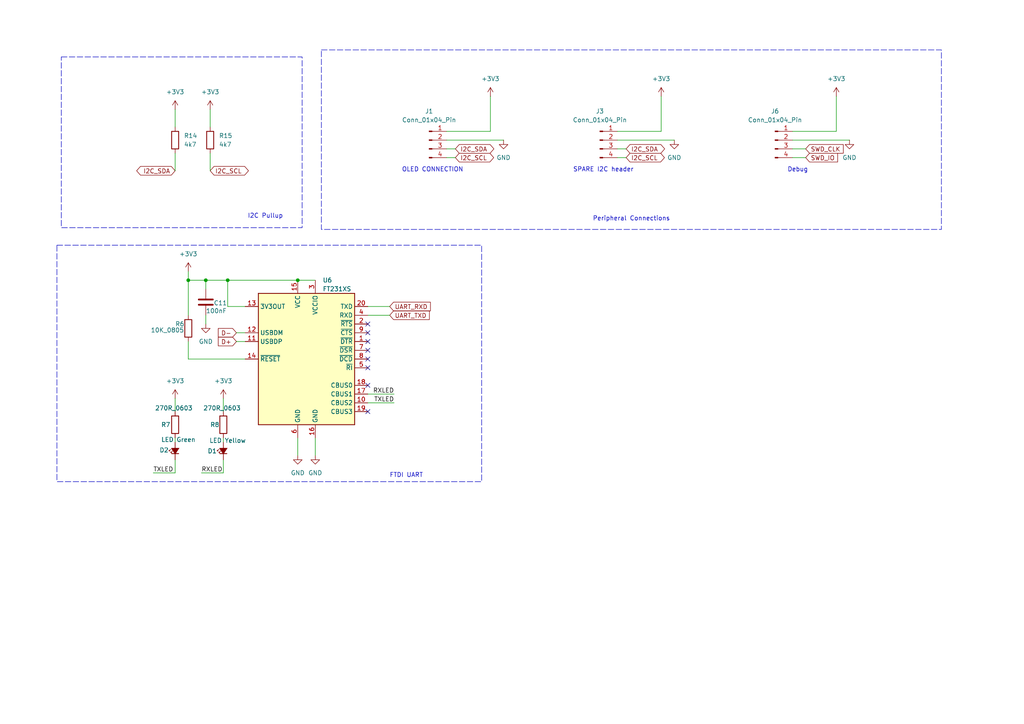
<source format=kicad_sch>
(kicad_sch (version 20250114) (generator "eeschema") (generator_version "9.0")
  (paper "A4")
  (title_block (title "LoRa Hub"))
  (lib_symbols
    (symbol "Library:+3V3" (power) (pin_numbers (hide yes)) (pin_names (offset 0) (hide yes))
      (property "Value" "+3V3" (at 0 3.556 0))
      (symbol "+3V3_0_1"
        (polyline (pts (xy -0.762 1.27) (xy 0 2.54)))
        (polyline (pts (xy 0 2.54) (xy 0.762 1.27)))
        (polyline (pts (xy 0 0) (xy 0 2.54)))
      )
      (symbol "+3V3_1_1"
        (pin power_in line (at 0 0 90) (length 0) (name "~") (number "1"))
      )
    )
    (symbol "Library:100nF_0603_25V_X5R" (pin_numbers (hide yes)) (pin_names (offset 0.254))
      (property "Reference" "C" (at 0.635 2.54 0))
      (property "Value" "100nF" (at 0.635 -2.54 0))
      (symbol "100nF_0603_25V_X5R_0_1"
        (polyline (pts (xy -2.032 0.762) (xy 2.032 0.762)) (stroke (width 0.508)))
        (polyline (pts (xy -2.032 -0.762) (xy 2.032 -0.762)) (stroke (width 0.508)))
      )
      (symbol "100nF_0603_25V_X5R_1_1"
        (pin passive line (at 0 3.81 270) (length 2.794) (name "~") (number "1"))
        (pin passive line (at 0 -3.81 90) (length 2.794) (name "~") (number "2"))
      )
    )
    (symbol "Library:10K_0805" (pin_numbers (hide yes)) (pin_names (offset 0))
      (property "Reference" "R" (at 2.032 0 90))
      (property "Value" "10K_0805" (at -2.54 0 90))
      (symbol "10K_0805_0_1"
        (rectangle (start -1.016 -2.54) (end 1.016 2.54) (stroke (width 0.254)))
      )
      (symbol "10K_0805_1_1"
        (pin passive line (at 0 3.81 270) (length 1.27) (name "~") (number "1"))
        (pin passive line (at 0 -3.81 90) (length 1.27) (name "~") (number "2"))
      )
    )
    (symbol "Library:270R_0603" (pin_numbers (hide yes))
      (property "Reference" "R" (at -6.35 -1.27 90))
      (property "Value" "270R_0603" (at -3.81 -5.08 90))
      (symbol "270R_0603_0_1"
        (rectangle (start -1.016 2.54) (end 1.016 -2.54) (stroke (width 0.254)))
      )
      (symbol "270R_0603_1_1"
        (pin passive line (at 0 3.81 270) (length 1.27) (name "~") (number "1"))
        (pin passive line (at 0 -3.81 90) (length 1.27) (name "~") (number "2"))
      )
    )
    (symbol "Library:Conn_01x04_Pin" (pin_names (offset 1.016) (hide yes))
      (property "Reference" "J" (at 0 5.08 0))
      (property "Value" "Conn_01x04_Pin" (at 0 -7.62 0))
      (symbol "Conn_01x04_Pin_1_1"
        (rectangle (start 0.8636 2.667) (end 0 2.413) (stroke (width 0.1524)) (fill (type outline)))
        (rectangle (start 0.8636 0.127) (end 0 -0.127) (stroke (width 0.1524)) (fill (type outline)))
        (rectangle (start 0.8636 -2.413) (end 0 -2.667) (stroke (width 0.1524)) (fill (type outline)))
        (rectangle (start 0.8636 -4.953) (end 0 -5.207) (stroke (width 0.1524)) (fill (type outline)))
        (polyline (pts (xy 1.27 2.54) (xy 0.8636 2.54)) (stroke (width 0.1524)))
        (polyline (pts (xy 1.27 0) (xy 0.8636 0)) (stroke (width 0.1524)))
        (polyline (pts (xy 1.27 -2.54) (xy 0.8636 -2.54)) (stroke (width 0.1524)))
        (polyline (pts (xy 1.27 -5.08) (xy 0.8636 -5.08)) (stroke (width 0.1524)))
        (pin passive line (at 5.08 2.54 180) (length 3.81) (name "Pin_1") (number "1"))
        (pin passive line (at 5.08 0 180) (length 3.81) (name "Pin_2") (number "2"))
        (pin passive line (at 5.08 -2.54 180) (length 3.81) (name "Pin_3") (number "3"))
        (pin passive line (at 5.08 -5.08 180) (length 3.81) (name "Pin_4") (number "4"))
      )
    )
    (symbol "Library:FT231XS"
      (property "Reference" "U" (at -13.97 20.32 0))
      (property "Value" "FT231XS" (at 7.62 20.32 0))
      (symbol "FT231XS_0_1"
        (rectangle (start -13.97 19.05) (end 13.97 -19.05) (stroke (width 0.254)) (fill (type background)))
      )
      (symbol "FT231XS_1_1"
        (pin power_out line (at -17.78 15.24 0) (length 3.81) (name "3V3OUT") (number "13"))
        (pin bidirectional line (at -17.78 7.62 0) (length 3.81) (name "USBDM") (number "12"))
        (pin bidirectional line (at -17.78 5.08 0) (length 3.81) (name "USBDP") (number "11"))
        (pin input line (at -17.78 0 0) (length 3.81) (name "~{RESET}") (number "14"))
        (pin power_in line (at -2.54 22.86 270) (length 3.81) (name "VCC") (number "15"))
        (pin power_in line (at -2.54 -22.86 90) (length 3.81) (name "GND") (number "6"))
        (pin power_in line (at 2.54 22.86 270) (length 3.81) (name "VCCIO") (number "3"))
        (pin power_in line (at 2.54 -22.86 90) (length 3.81) (name "GND") (number "16"))
        (pin output line (at 17.78 15.24 180) (length 3.81) (name "TXD") (number "20"))
        (pin input line (at 17.78 12.7 180) (length 3.81) (name "RXD") (number "4"))
        (pin output line (at 17.78 10.16 180) (length 3.81) (name "~{RTS}") (number "2"))
        (pin input line (at 17.78 7.62 180) (length 3.81) (name "~{CTS}") (number "9"))
        (pin output line (at 17.78 5.08 180) (length 3.81) (name "~{DTR}") (number "1"))
        (pin input line (at 17.78 2.54 180) (length 3.81) (name "~{DSR}") (number "7"))
        (pin input line (at 17.78 0 180) (length 3.81) (name "~{DCD}") (number "8"))
        (pin input line (at 17.78 -2.54 180) (length 3.81) (name "~{RI}") (number "5"))
        (pin bidirectional line (at 17.78 -7.62 180) (length 3.81) (name "CBUS0") (number "18"))
        (pin bidirectional line (at 17.78 -10.16 180) (length 3.81) (name "CBUS1") (number "17"))
        (pin bidirectional line (at 17.78 -12.7 180) (length 3.81) (name "CBUS2") (number "10"))
        (pin bidirectional line (at 17.78 -15.24 180) (length 3.81) (name "CBUS3") (number "19"))
      )
    )
    (symbol "Library:GND" (power) (pin_numbers (hide yes)) (pin_names (offset 0) (hide yes))
      (property "Value" "GND" (at 0 -3.81 0))
      (symbol "GND_0_1"
        (polyline (pts (xy 0 0) (xy 0 -1.27) (xy 1.27 -1.27) (xy 0 -2.54) (xy -1.27 -1.27) (xy 0 -1.27)))
      )
      (symbol "GND_1_1"
        (pin power_in line (at 0 0 270) (length 0) (name "~") (number "1"))
      )
    )
    (symbol "Library:LED_Green_0805" (pin_numbers (hide yes)) (pin_names (offset 0.254) (hide yes))
      (property "Reference" "D" (at -1.27 3.175 0))
      (property "Value" "LED Green" (at -4.445 -2.54 0))
      (symbol "LED_Green_0805_0_1"
        (polyline (pts (xy -0.762 -1.016) (xy -0.762 1.016)) (stroke (width 0.254)))
        (polyline (pts (xy 0 0.762) (xy -0.508 1.27) (xy -0.254 1.27) (xy -0.508 1.27) (xy -0.508 1.016)))
        (polyline (pts (xy 0.508 1.27) (xy 0 1.778) (xy 0.254 1.778) (xy 0 1.778) (xy 0 1.524)))
        (polyline (pts (xy 0.762 -1.016) (xy -0.762 0) (xy 0.762 1.016) (xy 0.762 -1.016)) (stroke (width 0.254)) (fill (type outline)))
        (polyline (pts (xy 1.016 0) (xy -0.762 0)))
      )
      (symbol "LED_Green_0805_1_1"
        (pin passive line (at -2.54 0 0) (length 1.778) (name "K") (number "1"))
        (pin passive line (at 2.54 0 180) (length 1.778) (name "A") (number "2"))
      )
    )
    (symbol "Library:R" (pin_numbers (hide yes)) (pin_names (offset 0))
      (property "Reference" "R" (at 2.032 0 90))
      (property "Value" "R" (at 0 0 90))
      (symbol "R_0_1"
        (rectangle (start -1.016 -2.54) (end 1.016 2.54) (stroke (width 0.254)))
      )
      (symbol "R_1_1"
        (pin passive line (at 0 3.81 270) (length 1.27) (name "~") (number "1"))
        (pin passive line (at 0 -3.81 90) (length 1.27) (name "~") (number "2"))
      )
    )
  )
  (rectangle (start 17.78 16.51) (end 87.63 66.04) (stroke (width 0) (type dash)))
  (rectangle (start 93.218 14.478) (end 273.05 66.548) (stroke (width 0) (type dash)))
  (rectangle (start 16.51 71.12) (end 139.7 139.7) (stroke (width 0) (type dash)))
  (text "Debug" (at 231.394 49.276 0) (effects (font (size 1.27 1.27))))
  (text "FTDI UART" (at 117.856 137.922 0) (effects (font (size 1.27 1.27))))
  (text "I2C Pullup" (at 76.962 62.738 0) (effects (font (size 1.27 1.27))))
  (text "OLED CONNECTION" (at 125.476 49.276 0) (effects (font (size 1.27 1.27))))
  (text "Peripheral Connections" (at 183.134 63.5 0) (effects (font (size 1.27 1.27))))
  (text "SPARE I2C header\n" (at 175.006 49.276 0) (effects (font (size 1.27 1.27))))
  (junction (at 66.04 81.28))
  (junction (at 54.61 81.28))
  (junction (at 59.69 81.28))
  (junction (at 86.36 81.28))
  (no_connect (at 106.68 106.68))
  (no_connect (at 106.68 99.06))
  (no_connect (at 106.68 101.6))
  (no_connect (at 106.68 111.76))
  (no_connect (at 106.68 119.38))
  (no_connect (at 106.68 93.98))
  (no_connect (at 106.68 104.14))
  (no_connect (at 106.68 96.52))
  (wire (pts (xy 54.61 99.06) (xy 54.61 104.14)))
  (wire (pts (xy 106.68 114.3) (xy 114.3 114.3)))
  (wire (pts (xy 50.8 115.57) (xy 50.8 119.38)))
  (wire (pts (xy 191.77 38.1) (xy 179.07 38.1)))
  (wire (pts (xy 58.42 137.16) (xy 64.77 137.16)))
  (wire (pts (xy 54.61 78.74) (xy 54.61 81.28)))
  (wire (pts (xy 66.04 88.9) (xy 66.04 81.28)))
  (wire (pts (xy 71.12 88.9) (xy 66.04 88.9)))
  (wire (pts (xy 179.07 40.64) (xy 195.58 40.64)))
  (wire (pts (xy 86.36 81.28) (xy 91.44 81.28)))
  (wire (pts (xy 59.69 81.28) (xy 59.69 83.82)))
  (wire (pts (xy 50.8 133.35) (xy 50.8 137.16)))
  (wire (pts (xy 242.57 38.1) (xy 229.87 38.1)))
  (wire (pts (xy 54.61 104.14) (xy 71.12 104.14)))
  (wire (pts (xy 106.68 88.9) (xy 113.03 88.9)))
  (wire (pts (xy 50.8 44.45) (xy 50.8 49.53)))
  (wire (pts (xy 54.61 81.28) (xy 59.69 81.28)))
  (wire (pts (xy 129.54 45.72) (xy 132.08 45.72)))
  (wire (pts (xy 142.24 27.94) (xy 142.24 38.1)))
  (wire (pts (xy 44.45 137.16) (xy 50.8 137.16)))
  (wire (pts (xy 86.36 127) (xy 86.36 132.08)))
  (wire (pts (xy 229.87 40.64) (xy 246.38 40.64)))
  (wire (pts (xy 129.54 40.64) (xy 146.05 40.64)))
  (wire (pts (xy 60.96 31.75) (xy 60.96 36.83)))
  (wire (pts (xy 229.87 45.72) (xy 233.68 45.72)))
  (wire (pts (xy 50.8 31.75) (xy 50.8 36.83)))
  (wire (pts (xy 64.77 127) (xy 64.77 128.27)))
  (wire (pts (xy 54.61 81.28) (xy 54.61 91.44)))
  (wire (pts (xy 64.77 115.57) (xy 64.77 119.38)))
  (wire (pts (xy 59.69 91.44) (xy 59.69 93.98)))
  (wire (pts (xy 142.24 38.1) (xy 129.54 38.1)))
  (wire (pts (xy 68.58 96.52) (xy 71.12 96.52)))
  (wire (pts (xy 50.8 127) (xy 50.8 128.27)))
  (wire (pts (xy 229.87 43.18) (xy 233.68 43.18)))
  (wire (pts (xy 66.04 81.28) (xy 86.36 81.28)))
  (wire (pts (xy 91.44 127) (xy 91.44 132.08)))
  (wire (pts (xy 60.96 44.45) (xy 60.96 49.53)))
  (wire (pts (xy 179.07 45.72) (xy 181.61 45.72)))
  (wire (pts (xy 129.54 43.18) (xy 132.08 43.18)))
  (wire (pts (xy 64.77 133.35) (xy 64.77 137.16)))
  (wire (pts (xy 68.58 99.06) (xy 71.12 99.06)))
  (wire (pts (xy 106.68 116.84) (xy 114.3 116.84)))
  (wire (pts (xy 59.69 81.28) (xy 66.04 81.28)))
  (wire (pts (xy 191.77 27.94) (xy 191.77 38.1)))
  (wire (pts (xy 106.68 91.44) (xy 113.03 91.44)))
  (wire (pts (xy 242.57 27.94) (xy 242.57 38.1)))
  (wire (pts (xy 179.07 43.18) (xy 181.61 43.18)))
  (label "TXLED" (at 114.3 116.84 180))
  (label "RXLED" (at 114.3 114.3 180))
  (label "RXLED" (at 58.42 137.16 0))
  (label "TXLED" (at 44.45 137.16 0))
  (global_label "I2C_SDA" (shape bidirectional) (at 50.8 49.53 180) (property "Intersheetrefs" "${INTERSHEET_REFS}" (effects (hide yes))))
  (global_label "UART_TXD" (shape input) (at 113.03 91.44 0) (property "Intersheetrefs" "${INTERSHEET_REFS}" (effects (hide yes))))
  (global_label "I2C_SDA" (shape bidirectional) (at 181.61 43.18 0) (property "Intersheetrefs" "${INTERSHEET_REFS}" (effects (hide yes))))
  (global_label "D+" (shape input) (at 68.58 99.06 180) (property "Intersheetrefs" "${INTERSHEET_REFS}" (effects (hide yes))))
  (global_label "SWD_IO" (shape input) (at 233.68 45.72 0) (property "Intersheetrefs" "${INTERSHEET_REFS}" (effects (hide yes))))
  (global_label "I2C_SCL" (shape bidirectional) (at 60.96 49.53 0) (property "Intersheetrefs" "${INTERSHEET_REFS}" (effects (hide yes))))
  (global_label "SWD_CLK" (shape input) (at 233.68 43.18 0) (property "Intersheetrefs" "${INTERSHEET_REFS}" (effects (hide yes))))
  (global_label "D-" (shape input) (at 68.58 96.52 180) (property "Intersheetrefs" "${INTERSHEET_REFS}" (effects (hide yes))))
  (global_label "I2C_SCL" (shape bidirectional) (at 132.08 45.72 0) (property "Intersheetrefs" "${INTERSHEET_REFS}" (effects (hide yes))))
  (global_label "I2C_SDA" (shape bidirectional) (at 132.08 43.18 0) (property "Intersheetrefs" "${INTERSHEET_REFS}" (effects (hide yes))))
  (global_label "UART_RXD" (shape input) (at 113.03 88.9 0) (property "Intersheetrefs" "${INTERSHEET_REFS}" (effects (hide yes))))
  (global_label "I2C_SCL" (shape bidirectional) (at 181.61 45.72 0) (property "Intersheetrefs" "${INTERSHEET_REFS}" (effects (hide yes))))
  (symbol (lib_id "Library:+3V3") (at 60.96 31.75 0) (unit 1)
    (property "Reference" "#PWR049" (effects (hide yes)))
    (property "Value" "+3V3" (at 60.96 26.67 0))
    (property "Description" "Power symbol creates a global label with name \"+3V3\"" (effects (hide yes)))
  )
  (symbol (lib_id "Library:+3V3") (at 50.8 31.75 0) (unit 1)
    (property "Reference" "#PWR048" (effects (hide yes)))
    (property "Value" "+3V3" (at 50.8 26.67 0))
    (property "Description" "Power symbol creates a global label with name \"+3V3\"" (effects (hide yes)))
  )
  (symbol (lib_id "Library:Conn_01x04_Pin") (at 224.79 40.64 0) (unit 1)
    (property "Reference" "J6" (at 224.79 32.258 0))
    (property "Value" "Conn_01x04_Pin" (at 224.79 34.798 0))
    (property "Footprint" "Connector_PinHeader_2.54mm:PinHeader_1x04_P2.54mm_Vertical" (effects (hide yes)))
    (property "Description" "Generic connector, single row, 01x04, script generated" (effects (hide yes)))
  )
  (symbol (lib_id "Library:R") (at 50.8 40.64 0) (unit 1)
    (property "Reference" "R14" (at 53.34 39.3699 0) (effects (justify left)))
    (property "Value" "4k7" (at 53.34 41.9099 0) (effects (justify left)))
    (property "Footprint" "Project_Footprints:R_0402_1005Metric_Pad0.72x0.64mm_HandSolder" (effects (hide yes)))
    (property "Description" "Resistor" (effects (hide yes)))
    (property "MFR1" "Wurth" (effects (hide yes)))
    (property "MPN1" "560112110245" (effects (hide yes)))
    (property "MFR2" "Panasonic" (effects (hide yes)))
    (property "MPN2" "ERJ-S02F4701X" (effects (hide yes)))
    (property "Mfr1" "Wurth" (effects (hide yes)))
  )
  (symbol (lib_id "Library:GND") (at 91.44 132.08 0) (mirror y) (unit 1)
    (property "Reference" "#PWR069" (effects (hide yes)))
    (property "Value" "GND" (at 91.44 137.16 0))
    (property "Description" "Power symbol creates a global label with name \"GND\" , ground" (effects (hide yes)))
  )
  (symbol (lib_id "Library:Conn_01x04_Pin") (at 173.99 40.64 0) (unit 1)
    (property "Reference" "J3" (at 173.99 32.258 0))
    (property "Value" "Conn_01x04_Pin" (at 173.99 34.798 0))
    (property "Footprint" "Connector_PinHeader_2.54mm:PinHeader_1x04_P2.54mm_Vertical" (effects (hide yes)))
    (property "Description" "Generic connector, single row, 01x04, script generated" (effects (hide yes)))
  )
  (symbol (lib_id "Library:270R_0603") (at 50.8 123.19 0) (unit 1)
    (property "Reference" "R7" (at 46.736 123.19 0) (effects (justify left)))
    (property "Value" "270R_0603" (at 44.958 118.364 0) (effects (justify left)))
    (property "Footprint" "Project_Footprints:R_0603_1608Metric" (effects (hide yes)))
    (property "Datasheet" "${IBA_DATASHEET_DIR}\\resistors\\Panasonic_Resistors_Thick_Film_Anti_Sulf_Anti_Surg-1825099.pdf" (effects (hide yes)))
    (property "Description" "Resistor 270R, 0603, 1%, 150V, 250mW, Thick Film" (effects (hide yes)))
    (property "Status" "Preferred" (effects (hide yes)))
    (property "Mfr1" "Panasonic" (effects (hide yes)))
    (property "MPN1" "ERJ-UP3F2700V" (effects (hide yes)))
    (property "Mfr2" "Panasonic" (effects (hide yes)))
    (property "MPN2" "ERJ-PA3F2700V" (effects (hide yes)))
  )
  (symbol (lib_id "Library:+3V3") (at 242.57 27.94 0) (unit 1)
    (property "Reference" "#PWR050" (effects (hide yes)))
    (property "Value" "+3V3" (at 242.57 22.86 0))
    (property "Description" "Power symbol creates a global label with name \"+3V3\"" (effects (hide yes)))
  )
  (symbol (lib_id "Library:10K_0805") (at 54.61 95.25 0) (unit 1)
    (property "Reference" "R6" (at 50.8 93.98 0) (effects (justify left)))
    (property "Value" "10K_0805" (at 43.688 95.758 0) (effects (justify left)))
    (property "Footprint" "Project_Footprints:R_0805_2012Metric" (effects (hide yes)))
    (property "Datasheet" "${IBA_DATASHEET_DIR}\\resistors\\Standard_Thick_Film_SMD_resistors.zip" (effects (hide yes)))
    (property "Description" "Resistor 10K, 0805, 1%, 150V, Thick Film" (effects (hide yes)))
    (property "Status" "Preferred" (effects (hide yes)))
    (property "Mfr1" "Vishay" (effects (hide yes)))
    (property "MPN1" "CRCW080510K0FKEA" (effects (hide yes)))
    (property "Mfr2" "Panasonic" (effects (hide yes)))
    (property "MPN2" "ERJ6ENF1002V" (effects (hide yes)))
  )
  (symbol (lib_id "Library:+3V3") (at 191.77 27.94 0) (unit 1)
    (property "Reference" "#PWR012" (effects (hide yes)))
    (property "Value" "+3V3" (at 191.77 22.86 0))
    (property "Description" "Power symbol creates a global label with name \"+3V3\"" (effects (hide yes)))
  )
  (symbol (lib_id "Library:100nF_0603_25V_X5R") (at 59.69 87.63 180) (unit 1)
    (property "Reference" "C11" (at 61.976 87.884 0) (effects (justify right)))
    (property "Value" "100nF" (at 59.69 90.17 0) (effects (justify right)))
    (property "Footprint" "Project_Footprints:C_0603_1608Metric" (effects (hide yes)))
    (property "Datasheet" "${IBA_DATASHEET_DIR}\\capacitors\\Kyocera_cx5r_KGM.pdf" (effects (hide yes)))
    (property "Description" "100nF, 0603, ceramic capacitor, 25V, X5R, 10%" (effects (hide yes)))
    (property "Status" "Specific" (effects (hide yes)))
    (property "Mfr1" "Kyocera AVX" (effects (hide yes)))
    (property "MPN1" "06033D104KAT2A" (effects (hide yes)))
    (property "Mfr2" "---" (effects (hide yes)))
    (property "MPN2" "---" (effects (hide yes)))
  )
  (symbol (lib_id "Library:+3V3") (at 64.77 115.57 0) (unit 1)
    (property "Reference" "#PWR056" (effects (hide yes)))
    (property "Value" "+3V3" (at 64.77 110.49 0))
    (property "Description" "Power symbol creates a global label with name \"+3V3\"" (effects (hide yes)))
  )
  (symbol (lib_id "Library:GND") (at 246.38 40.64 0) (unit 1)
    (property "Reference" "#PWR077" (effects (hide yes)))
    (property "Value" "GND" (at 246.38 45.72 0))
    (property "Description" "Power symbol creates a global label with name \"GND\" , ground" (effects (hide yes)))
  )
  (symbol (lib_id "Library:LED_Green_0805") (at 64.77 130.81 90) (unit 1)
    (property "Reference" "D1" (at 60.198 130.81 90) (effects (justify right)))
    (property "Value" "LED Yellow" (at 60.706 127.762 90) (effects (justify right)))
    (property "Footprint" "Project_Footprints:LED_0805" (effects (hide yes)))
    (property "Datasheet" "${IBA_DATASHEET_DIR}/diodes/APTD2012LCGCK-1102037.pdf" (effects (hide yes)))
    (property "Description" "Light emitting diode Green 0805 2mA" (effects (hide yes)))
    (property "Mfr1" "Kingbright" (effects (hide yes)))
    (property "MPN1" "APTD2012LCGCK" (effects (hide yes)))
  )
  (symbol (lib_id "Library:+3V3") (at 54.61 78.74 0) (unit 1)
    (property "Reference" "#PWR024" (effects (hide yes)))
    (property "Value" "+3V3" (at 54.61 73.66 0))
    (property "Description" "Power symbol creates a global label with name \"+3V3\"" (effects (hide yes)))
  )
  (symbol (lib_id "Library:LED_Green_0805") (at 50.8 130.81 90) (unit 1)
    (property "Reference" "D2" (at 46.228 130.556 90) (effects (justify right)))
    (property "Value" "LED Green" (at 46.736 127.508 90) (effects (justify right)))
    (property "Footprint" "Project_Footprints:LED_0805" (effects (hide yes)))
    (property "Datasheet" "${IBA_DATASHEET_DIR}/diodes/APTD2012LCGCK-1102037.pdf" (effects (hide yes)))
    (property "Description" "Light emitting diode Green 0805 2mA" (effects (hide yes)))
    (property "Mfr1" "Kingbright" (effects (hide yes)))
    (property "MPN1" "APTD2012LCGCK" (effects (hide yes)))
  )
  (symbol (lib_id "Library:GND") (at 146.05 40.64 0) (unit 1)
    (property "Reference" "#PWR07" (effects (hide yes)))
    (property "Value" "GND" (at 146.05 45.72 0))
    (property "Description" "Power symbol creates a global label with name \"GND\" , ground" (effects (hide yes)))
  )
  (symbol (lib_id "Library:270R_0603") (at 64.77 123.19 0) (unit 1)
    (property "Reference" "R8" (at 60.96 123.19 0) (effects (justify left)))
    (property "Value" "270R_0603" (at 58.928 118.364 0) (effects (justify left)))
    (property "Footprint" "Project_Footprints:R_0603_1608Metric" (effects (hide yes)))
    (property "Datasheet" "${IBA_DATASHEET_DIR}\\resistors\\Panasonic_Resistors_Thick_Film_Anti_Sulf_Anti_Surg-1825099.pdf" (effects (hide yes)))
    (property "Description" "Resistor 270R, 0603, 1%, 150V, 250mW, Thick Film" (effects (hide yes)))
    (property "Status" "Preferred" (effects (hide yes)))
    (property "Mfr1" "Panasonic" (effects (hide yes)))
    (property "MPN1" "ERJ-UP3F2700V" (effects (hide yes)))
    (property "Mfr2" "Panasonic" (effects (hide yes)))
    (property "MPN2" "ERJ-PA3F2700V" (effects (hide yes)))
  )
  (symbol (lib_id "Library:FT231XS") (at 88.9 104.14 0) (unit 1)
    (property "Reference" "U6" (at 93.5833 81.28 0) (effects (justify left)))
    (property "Value" "FT231XS" (at 93.5833 83.82 0) (effects (justify left)))
    (property "Footprint" "Project_Footprints:SSOP-20_3.9x8.7mm_P0.635mm" (effects (hide yes)))
    (property "Datasheet" "https://www.ftdichip.com/Support/Documents/DataSheets/ICs/DS_FT231X.pdf" (effects (hide yes)))
    (property "Description" "Full Speed USB to Full Handshake UART, SSOP-20" (effects (hide yes)))
    (property "MPN1" "FT231XS" (effects (hide yes)))
    (property "Mfr1" "FTDI Chip" (effects (hide yes)))
  )
  (symbol (lib_id "Library:+3V3") (at 142.24 27.94 0) (unit 1)
    (property "Reference" "#PWR06" (effects (hide yes)))
    (property "Value" "+3V3" (at 142.24 22.86 0))
    (property "Description" "Power symbol creates a global label with name \"+3V3\"" (effects (hide yes)))
  )
  (symbol (lib_id "Library:GND") (at 59.69 93.98 0) (mirror y) (unit 1)
    (property "Reference" "#PWR025" (effects (hide yes)))
    (property "Value" "GND" (at 59.69 99.06 0))
    (property "Description" "Power symbol creates a global label with name \"GND\" , ground" (effects (hide yes)))
  )
  (symbol (lib_id "Library:GND") (at 86.36 132.08 0) (mirror y) (unit 1)
    (property "Reference" "#PWR057" (effects (hide yes)))
    (property "Value" "GND" (at 86.36 137.16 0))
    (property "Description" "Power symbol creates a global label with name \"GND\" , ground" (effects (hide yes)))
  )
  (symbol (lib_id "Library:Conn_01x04_Pin") (at 124.46 40.64 0) (unit 1)
    (property "Reference" "J1" (at 124.46 32.258 0))
    (property "Value" "Conn_01x04_Pin" (at 124.46 34.798 0))
    (property "Footprint" "Connector_PinHeader_2.54mm:PinHeader_1x04_P2.54mm_Vertical" (effects (hide yes)))
    (property "Description" "Generic connector, single row, 01x04, script generated" (effects (hide yes)))
  )
  (symbol (lib_id "Library:+3V3") (at 50.8 115.57 0) (unit 1)
    (property "Reference" "#PWR018" (effects (hide yes)))
    (property "Value" "+3V3" (at 50.8 110.49 0))
    (property "Description" "Power symbol creates a global label with name \"+3V3\"" (effects (hide yes)))
  )
  (symbol (lib_id "Library:R") (at 60.96 40.64 0) (unit 1)
    (property "Reference" "R15" (at 63.5 39.3699 0) (effects (justify left)))
    (property "Value" "4k7" (at 63.5 41.9099 0) (effects (justify left)))
    (property "Footprint" "Project_Footprints:R_0402_1005Metric_Pad0.72x0.64mm_HandSolder" (effects (hide yes)))
    (property "Description" "Resistor" (effects (hide yes)))
    (property "MFR1" "Wurth" (effects (hide yes)))
    (property "MPN1" "560112110245" (effects (hide yes)))
    (property "MFR2" "Panasonic" (effects (hide yes)))
    (property "MPN2" "ERJ-S02F4701X" (effects (hide yes)))
    (property "Mfr1" "Wurth" (effects (hide yes)))
  )
  (symbol (lib_id "Library:GND") (at 195.58 40.64 0) (unit 1)
    (property "Reference" "#PWR014" (effects (hide yes)))
    (property "Value" "GND" (at 195.58 45.72 0))
    (property "Description" "Power symbol creates a global label with name \"GND\" , ground" (effects (hide yes)))
  )
)
</source>
